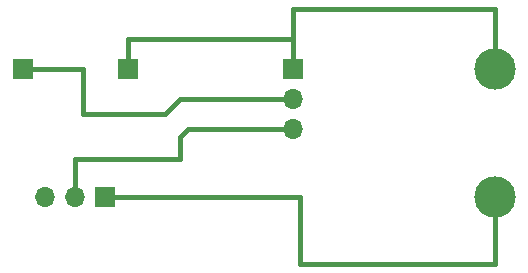
<source format=gbr>
G04 #@! TF.FileFunction,Copper,L1,Top,Signal*
%FSLAX46Y46*%
G04 Gerber Fmt 4.6, Leading zero omitted, Abs format (unit mm)*
G04 Created by KiCad (PCBNEW 4.0.7) date 10/19/17 13:31:13*
%MOMM*%
%LPD*%
G01*
G04 APERTURE LIST*
%ADD10C,0.100000*%
%ADD11C,3.500120*%
%ADD12R,1.700000X1.700000*%
%ADD13O,1.700000X1.700000*%
%ADD14C,0.400000*%
%ADD15C,0.250000*%
G04 APERTURE END LIST*
D10*
D11*
X165735000Y-118110000D03*
D12*
X134620000Y-107315000D03*
X125730000Y-107315000D03*
D11*
X165735000Y-107315000D03*
D12*
X132715000Y-118110000D03*
D13*
X130175000Y-118110000D03*
X127635000Y-118110000D03*
D12*
X148590000Y-107315000D03*
D13*
X148590000Y-109855000D03*
X148590000Y-112395000D03*
D14*
X165735000Y-118110000D02*
X165735000Y-123825000D01*
X149225000Y-118110000D02*
X132715000Y-118110000D01*
X149225000Y-118745000D02*
X149225000Y-118110000D01*
X149225000Y-123825000D02*
X149225000Y-118745000D01*
X165735000Y-123825000D02*
X149225000Y-123825000D01*
D15*
X133350000Y-118110000D02*
X132715000Y-118110000D01*
D14*
X165735000Y-107315000D02*
X165735000Y-102235000D01*
X148590000Y-102235000D02*
X148590000Y-104775000D01*
X165735000Y-102235000D02*
X148590000Y-102235000D01*
X148590000Y-104775000D02*
X134620000Y-104775000D01*
X134620000Y-104775000D02*
X134620000Y-107315000D01*
X148590000Y-104775000D02*
X148590000Y-107315000D01*
X148590000Y-109855000D02*
X139065000Y-109855000D01*
X130810000Y-107315000D02*
X125730000Y-107315000D01*
X130810000Y-111125000D02*
X130810000Y-107315000D01*
X137795000Y-111125000D02*
X130810000Y-111125000D01*
X139065000Y-109855000D02*
X137795000Y-111125000D01*
X130175000Y-118110000D02*
X130175000Y-114935000D01*
X139700000Y-112395000D02*
X148590000Y-112395000D01*
X139065000Y-113030000D02*
X139700000Y-112395000D01*
X139065000Y-114935000D02*
X139065000Y-113030000D01*
X130175000Y-114935000D02*
X139065000Y-114935000D01*
M02*

</source>
